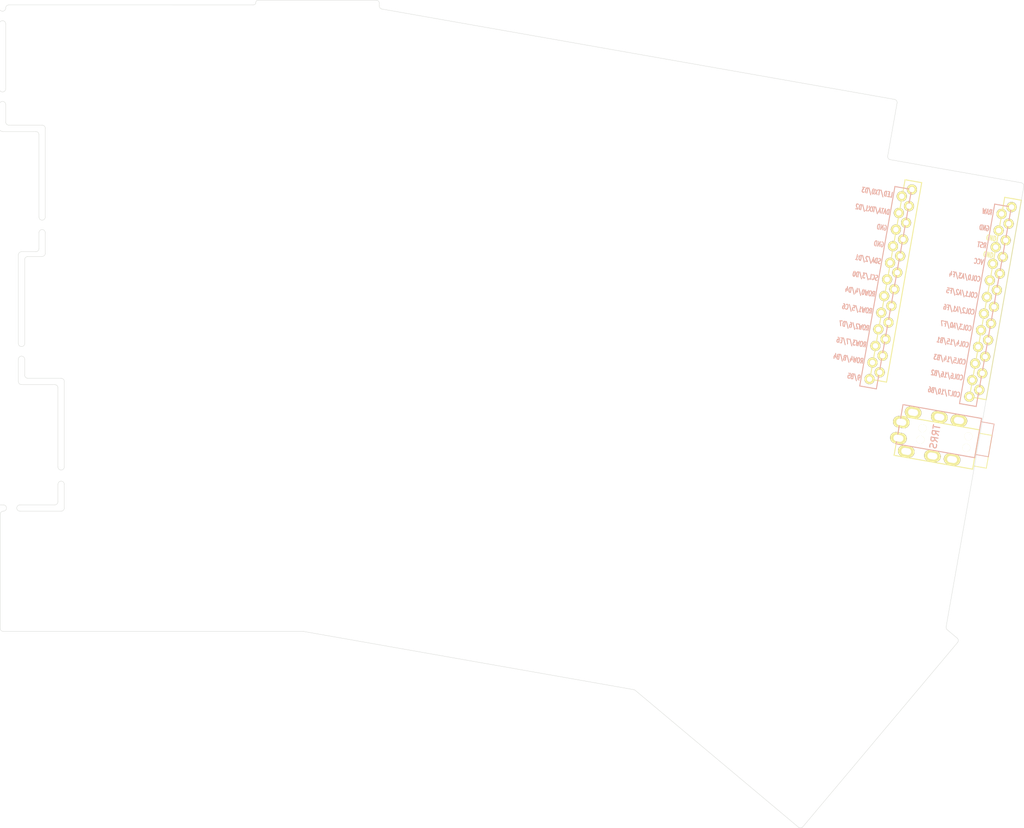
<source format=kicad_pcb>
(kicad_pcb (version 20171130) (host pcbnew "(5.1.5-0-10_14)")
  (layers (0 F.Cu signal hide) (31 B.Cu signal hide) (34 B.Paste user hide) (35 F.Paste user hide) (36 B.SilkS user hide) (37 F.SilkS user hide) (38 B.Mask user hide) (39 F.Mask user hide) (44 Edge.Cuts user hide))
  (net 0 "")
  (module angelina72:Outline_MXCherry_1u_right (layer F.Cu) (at 65.596525 103.434092)
    (fp_text reference SW8 hide)
    (fp_text value KEY_SWITCH hide)
  )
  (module angelina72:Outline_MXCherry_1u_right (layer F.Cu) (at 59.64339 84.384092)
    (fp_text reference SW7 hide)
    (fp_text value KEY_SWITCH hide)
  )
  (module angelina72:Outline_MXCherry_1u_right (layer F.Cu) (at 62.739023 65.334091)
    (fp_text reference SW6 hide)
    (fp_text value KEY_SWITCH hide)
  )
  (module angelina72:Outline_MXCherry_1u_right (layer F.Cu) (at 56.785898 46.284093)
    (fp_text reference SW5 hide)
    (fp_text value KEY_SWITCH hide)
  )
  (module angelina72:M2_AcrylicHole_right (layer F.Cu) (at 66.310682 55.099073)
    (fp_text reference REF** hide)
    (fp_text value M2_AcrylicHole_right hide)
  )
  (module angelina72:M2_AcrylicHole_right (layer F.Cu) (at 75.121507 112.219073)
    (fp_text reference REF** hide)
    (fp_text value M2_AcrylicHole_right hide)
  )
  (module angelina72:M5_AcrylicHole_left (layer F.Cu) (at 61.191149 122.484053 90)
    (fp_text reference REF** hide)
    (fp_text value M5_AcrylicHole_left hide)
  )
  (module angelina72:M5_AcrylicHole_left (layer F.Cu) (at 62.024629 46.284071 90)
    (fp_text reference REF** hide)
    (fp_text value M5_AcrylicHole_left hide)
  )
  (module angelina72:M5_AcrylicHole_left (layer F.Cu) (at 196.003545 157.242594 230)
    (fp_text reference REF** hide)
    (fp_text value M5_AcrylicHole_left hide)
  )
  (module angelina72:M5_AcrylicHole_left (layer F.Cu) (at 192.625344 45.232229 350)
    (fp_text reference REF** hide)
    (fp_text value M5_AcrylicHole_left hide)
  )
  (module angelina72:M5_AcrylicHole_right (layer F.Cu) (at 42.974629 46.284055 90)
    (fp_text reference REF** hide)
    (fp_text value M5_AcrylicHole_right hide)
  )
  (module angelina72:M5_AcrylicHole_right (layer F.Cu) (at 196.003545 157.242594 230)
    (fp_text reference REF** hide)
    (fp_text value M5_AcrylicHole_right hide)
  )
  (module angelina72:M5_AcrylicHole_right (layer F.Cu) (at 61.191149 122.484053 90)
    (fp_text reference REF** hide)
    (fp_text value M5_AcrylicHole_right hide)
  )
  (module angelina72:M5_AcrylicHole_right (layer F.Cu) (at 192.625344 45.232229 350)
    (fp_text reference REF** hide)
    (fp_text value M5_AcrylicHole_right hide)
  )
  (module angelina72:M2_AcrylicHole_left (layer F.Cu) (at 88.218274 113.792514)
    (fp_text reference REF** hide)
    (fp_text value M2_AcrylicHole_left hide)
  )
  (module angelina72:M2_AcrylicHole_left (layer F.Cu) (at 85.360927 55.099069)
    (fp_text reference REF** hide)
    (fp_text value M2_AcrylicHole_left hide)
  )
  (module angelina72:Layout_Outline_PromicroBase (layer F.Cu) (at 113.221504 112.959071 350)
    (fp_text reference REF** hide)
    (fp_text value Layout_Outline_PromicroBase hide)
    (fp_arc (start 76.199998 -67.151253) (end 75.72375 -67.151251) (angle -90.00336866) (layer Edge.Cuts) (width 0.05))
    (fp_arc (start 96.2025 -66.19875) (end 96.67875 -66.198751) (angle -90) (layer Edge.Cuts) (width 0.05))
    (fp_arc (start 97.155 1.099998) (end 96.916876 1.512445) (angle 60) (layer Edge.Cuts) (width 0.05))
    (fp_line (start 96.202497 -66.675001) (end 76.200029 -66.675014) (layer Edge.Cuts) (width 0.05))
    (fp_line (start 96.67875 1.099999) (end 96.67875 -66.198751) (layer Edge.Cuts) (width 0.05))
    (fp_line (start 97.163977 1.654987) (end 96.916876 1.512445) (layer Edge.Cuts) (width 0.05))
  )
  (module angelina72:Layout_Outline (layer F.Cu) (at 113.221504 112.959071 350)
    (fp_text reference REF** hide)
    (fp_text value Layout_Outline hide)
    (fp_line (start -58.409227 -66.592811) (end -22.17783 -72.981062) (layer Edge.Cuts) (width 0.05))
    (fp_line (start -21.598409 -73.808948) (end -4.127528 -76.889522) (layer Edge.Cuts) (width 0.05))
    (fp_line (start -3.575812 -76.503205) (end -3.507151 -76.117312) (layer Edge.Cuts) (width 0.05))
    (fp_line (start -77.556132 -62.733099) (end -74.578936 -45.84857) (layer Edge.Cuts) (width 0.05))
    (fp_line (start -74.027221 -45.462256) (end -69.102566 -46.330604) (layer Edge.Cuts) (width 0.05))
    (fp_line (start -68.550851 -45.94429) (end -65.242851 -27.183702) (layer Edge.Cuts) (width 0.05))
    (fp_line (start -65.629169 -26.631987) (end -67.739732 -26.259841) (layer Edge.Cuts) (width 0.05))
    (fp_line (start -68.126049 -25.708123) (end -65.148852 -8.823594) (layer Edge.Cuts) (width 0.05))
    (fp_line (start -64.597134 -8.43728) (end -59.672483 -9.305628) (layer Edge.Cuts) (width 0.05))
    (fp_line (start -59.120766 -8.919315) (end -55.978171 8.903242) (layer Edge.Cuts) (width 0.05))
    (fp_line (start -59.320077 -63.530627) (end -57.624729 -53.915816) (layer Edge.Cuts) (width 0.05))
    (fp_line (start -56.686697 -54.081223) (end -58.382046 -63.696022) (layer Edge.Cuts) (width 0.05))
    (fp_arc (start -59.264561 -65.958398) (end -59.733574 -65.875699) (angle -180) (layer Edge.Cuts) (width 0.05))
    (fp_arc (start -58.851062 -63.613324) (end -58.382046 -63.696022) (angle -180) (layer Edge.Cuts) (width 0.05))
    (fp_arc (start -58.326529 -66.123801) (end -58.409227 -66.592811) (angle -90) (layer Edge.Cuts) (width 0.05))
    (fp_arc (start -60.20259 -65.792998) (end -59.733574 -65.875699) (angle -90) (layer Edge.Cuts) (width 0.05))
    (fp_line (start -60.285291 -66.262012) (end -77.169817 -63.284813) (layer Edge.Cuts) (width 0.05))
    (fp_arc (start -57.155714 -53.998519) (end -57.624729 -53.915816) (angle -180) (layer Edge.Cuts) (width 0.05))
    (fp_arc (start -56.742211 -51.65345) (end -56.2732 -51.736148) (angle -180) (layer Edge.Cuts) (width 0.05))
    (fp_line (start -57.211224 -51.570751) (end -56.590977 -48.053139) (layer Edge.Cuts) (width 0.05))
    (fp_line (start -56.2732 -51.736148) (end -55.818348 -49.156568) (layer Edge.Cuts) (width 0.05))
    (fp_line (start -56.039263 -47.666824) (end -51.11461 -48.535174) (layer Edge.Cuts) (width 0.05))
    (fp_line (start -55.266633 -48.770254) (end -50.341979 -49.638603) (layer Edge.Cuts) (width 0.05))
    (fp_line (start -49.790264 -49.252289) (end -47.474663 -36.119879) (layer Edge.Cuts) (width 0.05))
    (fp_line (start -46.90993 -30.174495) (end -49.020498 -29.802343) (layer Edge.Cuts) (width 0.05))
    (fp_line (start -49.406809 -29.250629) (end -47.215261 -16.821738) (layer Edge.Cuts) (width 0.05))
    (fp_line (start -45.836548 -11.74528) (end -40.911895 -12.613629) (layer Edge.Cuts) (width 0.05))
    (fp_line (start -40.360182 -12.227312) (end -38.127282 0.436082) (layer Edge.Cuts) (width 0.05))
    (fp_line (start -37.438499 7.084989) (end -43.535694 8.160071) (layer Edge.Cuts) (width 0.05))
    (fp_arc (start -50.259276 -49.16959) (end -49.790264 -49.252289) (angle -90) (layer Edge.Cuts) (width 0.05))
    (fp_arc (start -51.03191 -48.066159) (end -50.562894 -48.148861) (angle -90) (layer Edge.Cuts) (width 0.05))
    (fp_line (start -50.562894 -48.148861) (end -48.412695 -35.954475) (layer Edge.Cuts) (width 0.05))
    (fp_arc (start -48.05471 -31.181627) (end -47.97201 -30.712613) (angle -90) (layer Edge.Cuts) (width 0.05))
    (fp_arc (start -46.992628 -30.643509) (end -46.90993 -30.174495) (angle -90) (layer Edge.Cuts) (width 0.05))
    (fp_line (start -47.97201 -30.712613) (end -50.082575 -30.340465) (layer Edge.Cuts) (width 0.05))
    (fp_arc (start -48.937797 -29.333329) (end -49.020498 -29.802343) (angle -90) (layer Edge.Cuts) (width 0.05))
    (fp_arc (start -49.999877 -29.871451) (end -50.082575 -30.340465) (angle -90) (layer Edge.Cuts) (width 0.05))
    (fp_line (start -50.468892 -29.78875) (end -48.153295 -16.656339) (layer Edge.Cuts) (width 0.05))
    (fp_arc (start -45.919249 -12.214292) (end -46.388261 -12.131591) (angle -90) (layer Edge.Cuts) (width 0.05))
    (fp_arc (start -46.691879 -11.110862) (end -47.160892 -11.028163) (angle -90) (layer Edge.Cuts) (width 0.05))
    (fp_line (start -46.609178 -10.641848) (end -41.684526 -11.510201) (layer Edge.Cuts) (width 0.05))
    (fp_arc (start -41.601825 -11.041184) (end -41.132807 -11.123884) (angle -90) (layer Edge.Cuts) (width 0.05))
    (fp_arc (start -40.829194 -12.144612) (end -40.360182 -12.227312) (angle -90) (layer Edge.Cuts) (width 0.05))
    (fp_line (start -41.132807 -11.123884) (end -39.065313 0.601485) (layer Edge.Cuts) (width 0.05))
    (fp_arc (start -37.521197 6.615976) (end -37.438499 7.084989) (angle -90) (layer Edge.Cuts) (width 0.05))
    (fp_arc (start -38.624627 5.843346) (end -38.541926 6.31236) (angle -90) (layer Edge.Cuts) (width 0.05))
    (fp_line (start -46.163386 7.656274) (end -55.426454 9.289558) (layer Edge.Cuts) (width 0.05))
    (fp_arc (start -55.509156 8.820544) (end -55.978171 8.903242) (angle -90) (layer Edge.Cuts) (width 0.05))
    (fp_arc (start -45.915315 9.063279) (end -45.998013 8.594261) (angle -90.00012031) (layer Edge.Cuts) (width 0.05))
    (fp_arc (start -77.087119 -62.815799) (end -77.169817 -63.284813) (angle -90) (layer Edge.Cuts) (width 0.05))
    (fp_arc (start -74.109921 -45.931271) (end -74.578936 -45.84857) (angle -90) (layer Edge.Cuts) (width 0.05))
    (fp_arc (start -69.019866 -45.86159) (end -68.550851 -45.94429) (angle -90) (layer Edge.Cuts) (width 0.05))
    (fp_arc (start -65.711866 -27.101002) (end -65.629169 -26.631987) (angle -90) (layer Edge.Cuts) (width 0.05))
    (fp_arc (start -67.657032 -25.790823) (end -67.739732 -26.259841) (angle -90) (layer Edge.Cuts) (width 0.05))
    (fp_arc (start -64.679835 -8.906295) (end -65.148852 -8.823594) (angle -90) (layer Edge.Cuts) (width 0.05))
    (fp_arc (start -59.589784 -8.836617) (end -59.120766 -8.919315) (angle -90) (layer Edge.Cuts) (width 0.05))
    (fp_arc (start -22.240221 -73.333079) (end -22.17783 -72.981062) (angle -89.94903567) (layer Edge.Cuts) (width 0.05))
    (fp_arc (start -21.536385 -73.457184) (end -21.598409 -73.808948) (angle -90.00016041) (layer Edge.Cuts) (width 0.05))
    (fp_line (start -3.038137 -75.723764) (end 75.2475 -75.72375) (layer Edge.Cuts) (width 0.05))
    (fp_line (start 75.723751 -75.247501) (end 75.72375 -67.151251) (layer Edge.Cuts) (width 0.05))
    (fp_arc (start -3.038135 -76.200014) (end -3.038137 -75.723764) (angle 79.99997897) (layer Edge.Cuts) (width 0.05))
    (fp_arc (start -4.04483 -76.420503) (end -3.575812 -76.503205) (angle -90) (layer Edge.Cuts) (width 0.05))
    (fp_line (start 52.283625 18.638227) (end 80.033781 34.659101) (layer Edge.Cuts) (width 0.05))
    (fp_line (start 80.684353 34.484783) (end 98.781853 3.138994) (layer Edge.Cuts) (width 0.05))
    (fp_line (start 98.607533 2.488425) (end 97.163988 1.654968) (layer Edge.Cuts) (width 0.05))
    (fp_arc (start 98.369408 2.900869) (end 98.781853 3.138994) (angle -90) (layer Edge.Cuts) (width 0.05))
    (fp_arc (start 80.271908 34.246658) (end 80.033781 34.659101) (angle -90) (layer Edge.Cuts) (width 0.05))
    (fp_arc (start 52.045499 19.050669) (end 52.283625 18.638227) (angle -30) (layer Edge.Cuts) (width 0.05))
    (fp_arc (start 75.247501 -75.2475) (end 75.723751 -75.247501) (angle -90) (layer Edge.Cuts) (width 0.05))
    (fp_arc (start -46.080689 8.125266) (end -45.998013 8.594261) (angle -180.0026468) (layer Edge.Cuts) (width 0.05))
    (fp_arc (start -43.618389 7.691075) (end -43.701062 7.222076) (angle -180.0026468) (layer Edge.Cuts) (width 0.05))
    (fp_line (start -38.541926 6.31236) (end -43.701062 7.222076) (layer Edge.Cuts) (width 0.05))
    (fp_arc (start -47.943677 -36.037177) (end -48.412695 -35.954475) (angle -180) (layer Edge.Cuts) (width 0.05))
    (fp_arc (start -47.530186 -33.692103) (end -47.061172 -33.774798) (angle -180) (layer Edge.Cuts) (width 0.05))
    (fp_line (start -47.585697 -31.264327) (end -47.999197 -33.609406) (layer Edge.Cuts) (width 0.05))
    (fp_line (start -47.061172 -33.774798) (end -46.523615 -30.726207) (layer Edge.Cuts) (width 0.05))
    (fp_arc (start -47.684276 -16.739038) (end -48.153295 -16.656339) (angle -180) (layer Edge.Cuts) (width 0.05))
    (fp_arc (start -47.270774 -14.393965) (end -46.801765 -14.476665) (angle -180) (layer Edge.Cuts) (width 0.05))
    (fp_line (start -47.160892 -11.028163) (end -47.739787 -14.311267) (layer Edge.Cuts) (width 0.05))
    (fp_line (start -46.801765 -14.476665) (end -46.388261 -12.131591) (layer Edge.Cuts) (width 0.05))
    (fp_line (start -37.672435 3.015667) (end -37.052185 6.533277) (layer Edge.Cuts) (width 0.05))
    (fp_line (start -38.155613 5.760644) (end -38.610459 3.181064) (layer Edge.Cuts) (width 0.05))
    (fp_arc (start -38.141447 3.098366) (end -37.672435 3.015667) (angle -180) (layer Edge.Cuts) (width 0.05))
    (fp_arc (start -38.596297 0.518786) (end -39.065313 0.601485) (angle -180) (layer Edge.Cuts) (width 0.05))
    (fp_line (start -42.855412 26.416822) (end 1.584154 18.580968) (layer Edge.Cuts) (width 0.05))
    (fp_line (start -46.384331 9.14598) (end -43.407131 26.030508) (layer Edge.Cuts) (width 0.05))
    (fp_arc (start 1.666854 19.04998) (end 1.666853 18.573733) (angle -10.00000014) (layer Edge.Cuts) (width 0.05))
    (fp_line (start 1.666853 18.573733) (end 52.045501 18.574421) (layer Edge.Cuts) (width 0.05))
    (fp_arc (start -42.938115 25.947807) (end -43.407131 26.030508) (angle -90) (layer Edge.Cuts) (width 0.05))
    (fp_arc (start -56.121963 -48.135841) (end -56.590977 -48.053139) (angle -90) (layer Edge.Cuts) (width 0.05))
    (fp_arc (start -55.349333 -49.239267) (end -55.818348 -49.156568) (angle -90) (layer Edge.Cuts) (width 0.05))
  )
  (module angelina72:Outline_MXCherry_1.25u (layer F.Cu) (at 77.502766 122.484091)
    (fp_text reference SW9 hide)
    (fp_text value KEY_SWITCH hide)
  )
  (module angelina72:Outline_MXCherry_1.25u (layer F.Cu) (at 123.292918 124.406878 350)
    (fp_text reference SW19 hide)
    (fp_text value KEY_SWITCH hide)
  )
  (module angelina72:Outline_MXCherry_1.25u (layer F.Cu) (at 146.743655 128.541877 350)
    (fp_text reference SW24 hide)
    (fp_text value KEY_SWITCH hide)
  )
  (module angelina72:Outline_MXCherry_1u (layer F.Cu) (at 170.677284 136.302221 320)
    (fp_text reference SW33 hide)
    (fp_text value KEY_SWITCH hide)
  )
  (module angelina72:Outline_MXCherry_1u (layer F.Cu) (at 94.885895 46.28409)
    (fp_text reference SW10 hide)
    (fp_text value KEY_SWITCH hide)
  )
  (module angelina72:Outline_MXCherry_1u (layer F.Cu) (at 113.935896 45.569716)
    (fp_text reference SW15 hide)
    (fp_text value KEY_SWITCH hide)
  )
  (module angelina72:Outline_MXCherry_1u (layer F.Cu) (at 197.515532 133.954179 320)
    (fp_text reference SW35 hide)
    (fp_text value KEY_SWITCH hide)
  )
  (module angelina72:Outline_MXCherry_1u (layer F.Cu) (at 180.53756 115.156769 350)
    (fp_text reference SW32 hide)
    (fp_text value KEY_SWITCH hide)
  )
  (module angelina72:Outline_MXCherry_1u (layer F.Cu) (at 140.25214 69.365613 350)
    (fp_text reference SW21 hide)
    (fp_text value KEY_SWITCH hide)
  )
  (module angelina72:Outline_MXCherry_1u (layer F.Cu) (at 81.789023 65.334091)
    (fp_text reference SW6 hide)
    (fp_text value KEY_SWITCH hide)
  )
  (module angelina72:Outline_MXCherry_1u (layer F.Cu) (at 97.743393 84.384093)
    (fp_text reference SW12 hide)
    (fp_text value KEY_SWITCH hide)
  )
  (module angelina72:Outline_MXCherry_1u (layer F.Cu) (at 118.183503 84.818186 350)
    (fp_text reference SW17 hide)
    (fp_text value KEY_SWITCH hide)
  )
  (module angelina72:Outline_MXCherry_1u (layer F.Cu) (at 78.69339 84.384092)
    (fp_text reference SW7 hide)
    (fp_text value KEY_SWITCH hide)
  )
  (module angelina72:Outline_MXCherry_1u (layer F.Cu) (at 84.646525 103.434092)
    (fp_text reference SW8 hide)
    (fp_text value KEY_SWITCH hide)
  )
  (module angelina72:Outline_MXCherry_1u (layer F.Cu) (at 103.696522 103.434093)
    (fp_text reference SW13 hide)
    (fp_text value KEY_SWITCH hide)
  )
  (module angelina72:Outline_MXCherry_1u (layer F.Cu) (at 98.934019 122.484091)
    (fp_text reference SW14 hide)
    (fp_text value KEY_SWITCH hide)
  )
  (module angelina72:Outline_MXCherry_1u (layer F.Cu) (at 152.940423 52.259028 350)
    (fp_text reference SW25 hide)
    (fp_text value KEY_SWITCH hide)
  )
  (module angelina72:Outline_MXCherry_1u (layer F.Cu) (at 159.012718 72.673616 350)
    (fp_text reference SW26 hide)
    (fp_text value KEY_SWITCH hide)
  )
  (module angelina72:Outline_MXCherry_1u (layer F.Cu) (at 190.461604 58.875025 350)
    (fp_text reference SW34 hide)
    (fp_text value KEY_SWITCH hide)
  )
  (module angelina72:Outline_MXCherry_1u (layer F.Cu) (at 124.255797 105.232776 350)
    (fp_text reference SW18 hide)
    (fp_text value KEY_SWITCH hide)
  )
  (module angelina72:Outline_MXCherry_1u (layer F.Cu) (at 174.465307 94.7422 350)
    (fp_text reference SW31 hide)
    (fp_text value KEY_SWITCH hide)
  )
  (module angelina72:Outline_MXCherry_1u (layer F.Cu) (at 121.491499 66.057602 350)
    (fp_text reference SW16 hide)
    (fp_text value KEY_SWITCH hide)
  )
  (module angelina72:Outline_MXCherry_1u (layer F.Cu) (at 134.179842 48.951027 350)
    (fp_text reference SW20 hide)
    (fp_text value KEY_SWITCH hide)
  )
  (module angelina72:Outline_MXCherry_1u (layer F.Cu) (at 136.944138 88.126199 350)
    (fp_text reference SW22 hide)
    (fp_text value KEY_SWITCH hide)
  )
  (module angelina72:Outline_MXCherry_1u (layer F.Cu) (at 177.77331 75.981612 350)
    (fp_text reference SW30 hide)
    (fp_text value KEY_SWITCH hide)
  )
  (module angelina72:Outline_MXCherry_1u (layer F.Cu) (at 143.016432 108.540794 350)
    (fp_text reference SW23 hide)
    (fp_text value KEY_SWITCH hide)
  )
  (module angelina72:Outline_MXCherry_1u (layer F.Cu) (at 75.835898 46.284093)
    (fp_text reference SW5 hide)
    (fp_text value KEY_SWITCH hide)
  )
  (module angelina72:Outline_MXCherry_1u (layer F.Cu) (at 100.839021 65.334091)
    (fp_text reference SW11 hide)
    (fp_text value KEY_SWITCH hide)
  )
  (module angelina72:Outline_MXCherry_1u (layer F.Cu) (at 185.270433 148.547327 320)
    (fp_text reference SW36 hide)
    (fp_text value KEY_SWITCH hide)
  )
  (module angelina72:Outline_MXCherry_1u (layer F.Cu) (at 171.701011 55.567023 350)
    (fp_text reference SW29 hide)
    (fp_text value KEY_SWITCH hide)
  )
  (module angelina72:Outline_MXCherry_1u (layer F.Cu) (at 161.777019 111.848785 350)
    (fp_text reference SW28 hide)
    (fp_text value KEY_SWITCH hide)
  )
  (module angelina72:Outline_MXCherry_1u (layer F.Cu) (at 155.704721 91.434203 350)
    (fp_text reference SW27 hide)
    (fp_text value KEY_SWITCH hide)
  )
  (module angelina72:M2_AcrylicHole_Bottom (layer F.Cu) (at 136.486261 118.149374)
    (fp_text reference REF** hide)
    (fp_text value M2_AcrylicHole_Bottom hide)
  )
  (module angelina72:M2_AcrylicHole_Bottom (layer F.Cu) (at 122.750421 55.520264)
    (fp_text reference REF** hide)
    (fp_text value M2_AcrylicHole_Bottom hide)
  )
  (module angelina72:M2_AcrylicHole_Bottom (layer F.Cu) (at 184.096408 135.1282 320)
    (fp_text reference REF** hide)
    (fp_text value M2_AcrylicHole_Bottom hide)
  )
  (module angelina72:M2_AcrylicHole_Bottom (layer F.Cu) (at 179.546226 65.908617)
    (fp_text reference REF** hide)
    (fp_text value M2_AcrylicHole_Bottom hide)
  )
  (module angelina72:MJ-4PP-9 (layer F.Cu) (at 206.841444 103.110761 260)
    (fp_text reference J*)
    (fp_text value MJ-4PP-9 hide)
    (fp_line (start 0.75 -6) (end 0.75 -8) (layer B.SilkS) (width 0.12))
    (fp_line (start 0.75 -8) (end -4.25 -8) (layer B.SilkS) (width 0.12))
    (fp_line (start -4.25 -8) (end -4.25 -6) (layer B.SilkS) (width 0.12))
    (fp_line (start 2.5 -8) (end 2.5 -6) (layer F.SilkS) (width 0.12))
    (fp_line (start -2.5 -6) (end -2.5 -8) (layer F.SilkS) (width 0.12))
    (fp_line (start -2.5 -8) (end 2.5 -8) (layer F.SilkS) (width 0.12))
    (fp_text user TRRS (at -0.8255 0.4135 80) (layer B.SilkS) (effects (justify mirror)))
    (fp_line (start -3 6) (end -3 -6) (layer F.SilkS) (width 0.15))
    (fp_line (start 3 6) (end -3 6) (layer F.SilkS) (width 0.15))
    (fp_line (start 3 -6) (end 3 6) (layer F.SilkS) (width 0.15))
    (fp_line (start -3 -6) (end 3 -6) (layer F.SilkS) (width 0.15))
    (fp_line (start -4.75 -6) (end 1.25 -6) (layer B.SilkS) (width 0.15))
    (fp_line (start 1.25 -6) (end 1.25 6) (layer B.SilkS) (width 0.15))
    (fp_line (start 1.25 6) (end -4.75 6) (layer B.SilkS) (width 0.15))
    (fp_line (start -4.75 6) (end -4.75 -6) (layer B.SilkS) (width 0.15))
    (fp_text user TRRS (at -0.8255 0.4135 80) (layer B.SilkS) (effects (justify mirror)))
    (pad A thru_hole oval (at -2.1 5.8 260) (size 1.7 2.5) (drill oval 1 1.5) (layers *.Cu *.Mask F.SilkS) (clearance 0.15))
    (pad D thru_hole oval (at 2.1 4.3 260) (size 1.7 2.5) (drill oval 1 1.5) (layers *.Cu *.Mask F.SilkS) (clearance 0.15))
    (pad C thru_hole oval (at 2.1 0.3 260) (size 1.7 2.5) (drill oval 1 1.5) (layers *.Cu *.Mask F.SilkS))
    (pad B thru_hole oval (at 2.1 -2.7 260) (size 1.7 2.5) (drill oval 1 1.5) (layers *.Cu *.Mask F.SilkS))
    (pad "" np_thru_hole circle (at 0 2.5 260) (size 1.2 1.2) (drill 1.2) (layers *.Cu *.Mask F.SilkS))
    (pad "" np_thru_hole circle (at 0 -4.5 260) (size 1.2 1.2) (drill 1.2) (layers *.Cu *.Mask F.SilkS))
    (pad C thru_hole oval (at -3.85 0.3 260) (size 1.7 2.5) (drill oval 1 1.5) (layers *.Cu *.Mask F.SilkS))
    (pad B thru_hole oval (at -3.85 -2.7 260) (size 1.7 2.5) (drill oval 1 1.5) (layers *.Cu *.Mask F.SilkS))
    (pad A thru_hole oval (at 0.35 5.8 260) (size 1.7 2.5) (drill oval 1 1.5) (layers *.Cu *.Mask F.SilkS) (clearance 0.15))
    (pad D thru_hole oval (at -3.85 4.3 260) (size 1.7 2.5) (drill oval 1 1.5) (layers *.Cu *.Mask F.SilkS) (clearance 0.15))
    (pad "" np_thru_hole circle (at -1.75 -4.5 260) (size 1.2 1.2) (drill 1.2) (layers *.Cu *.Mask F.SilkS))
    (pad "" np_thru_hole circle (at -1.75 2.5 260) (size 1.2 1.2) (drill 1.2) (layers *.Cu *.Mask F.SilkS))
  )
  (module angelina72:ProMicro (layer F.Cu) (at 208.031904 80.591409 350)
    (fp_text reference U1 hide)
    (fp_text value ProMicro hide)
    (fp_line (start -10.16 16.002) (end -10.16 -14.478) (layer B.SilkS) (width 0.15))
    (fp_line (start -7.62 16.002) (end -10.16 16.002) (layer B.SilkS) (width 0.15))
    (fp_line (start -7.62 -14.478) (end -7.62 16.002) (layer B.SilkS) (width 0.15))
    (fp_line (start -10.16 -14.478) (end -7.62 -14.478) (layer B.SilkS) (width 0.15))
    (fp_line (start 5.08 16.002) (end 5.08 -14.478) (layer B.SilkS) (width 0.15))
    (fp_line (start 7.62 16.002) (end 5.08 16.002) (layer B.SilkS) (width 0.15))
    (fp_line (start 7.62 -14.478) (end 7.62 16.002) (layer B.SilkS) (width 0.15))
    (fp_line (start 5.08 -14.478) (end 7.62 -14.478) (layer B.SilkS) (width 0.15))
    (fp_line (start -8.8336 -15.748) (end -6.2936 -15.748) (layer F.SilkS) (width 0.15))
    (fp_line (start -6.2936 -15.748) (end -6.2936 14.732) (layer F.SilkS) (width 0.15))
    (fp_line (start -6.2936 14.732) (end -8.8336 14.732) (layer F.SilkS) (width 0.15))
    (fp_line (start -8.8336 14.732) (end -8.8336 -15.748) (layer F.SilkS) (width 0.15))
    (fp_line (start 6.3864 -15.748) (end 8.9264 -15.748) (layer F.SilkS) (width 0.15))
    (fp_line (start 8.9264 -15.748) (end 8.9264 14.732) (layer F.SilkS) (width 0.15))
    (fp_line (start 8.9264 14.732) (end 6.3864 14.732) (layer F.SilkS) (width 0.15))
    (fp_line (start 6.3864 14.732) (end 6.3864 -15.748) (layer F.SilkS) (width 0.15))
    (fp_text user " " (at -1.2065 -16.256 170) (layer B.SilkS) (effects (justify mirror)))
    (fp_text user " " (at -1.2065 -16.256 170) (layer B.SilkS) (effects (justify mirror)))
    (fp_text user RAW (at 4.173808 -13.1445 170) (layer B.SilkS) (effects (font (size 0.75 0.5) (thickness 0.125)) (justify mirror)))
    (fp_text user LED/TX0/D3 (at -12.628048 -13.1445 170) (layer B.SilkS) (effects (font (size 0.75 0.5) (thickness 0.125)) (justify mirror)))
    (fp_text user GND (at 4.161903 -10.668 170) (layer B.SilkS) (effects (font (size 0.75 0.5) (thickness 0.125)) (justify mirror)))
    (fp_text user DATA/RX1/D2 (at -12.878048 -10.5 170) (layer B.SilkS) (effects (font (size 0.75 0.5) (thickness 0.125)) (justify mirror)))
    (fp_text user RST (at 4.245236 -8.0645 170) (layer B.SilkS) (effects (font (size 0.75 0.5) (thickness 0.125)) (justify mirror)))
    (fp_text user GND (at 5.461476 -9.3345 170) (layer F.SilkS) (effects (font (size 0.75 0.5) (thickness 0.125))))
    (fp_text user VCC (at 4.209522 -5.5245 170) (layer B.SilkS) (effects (font (size 0.75 0.5) (thickness 0.125)) (justify mirror)))
    (fp_text user GND (at 5.461476 -6.7945 170) (layer F.SilkS) (effects (font (size 0.75 0.5) (thickness 0.125))))
    (fp_text user COL3/A0/F7 (at 2.542855 4.6 170) (layer B.SilkS) (effects (font (size 0.75 0.5) (thickness 0.125)) (justify mirror)))
    (fp_text user ROW0/4/D4 (at -12.55662 2.032 170) (layer B.SilkS) (effects (font (size 0.75 0.5) (thickness 0.125)) (justify mirror)))
    (fp_text user COL2/A1/F6 (at 2.542855 2.1 170) (layer B.SilkS) (effects (font (size 0.75 0.5) (thickness 0.125)) (justify mirror)))
    (fp_text user SCL/3/D0 (at -12.211381 -0.4445 170) (layer B.SilkS) (effects (font (size 0.75 0.5) (thickness 0.125)) (justify mirror)))
    (fp_text user COL1/A2/F5 (at 2.542855 -0.4445 170) (layer B.SilkS) (effects (font (size 0.75 0.5) (thickness 0.125)) (justify mirror)))
    (fp_text user SDA/2/D1 (at -12.223286 -2.9845 170) (layer B.SilkS) (effects (font (size 0.75 0.5) (thickness 0.125)) (justify mirror)))
    (fp_text user COL0/A3/F4 (at 2.542855 -2.95 170) (layer B.SilkS) (effects (font (size 0.75 0.5) (thickness 0.125)) (justify mirror)))
    (fp_text user COL7/10/B6 (at 2.483332 14.732 170) (layer B.SilkS) (effects (font (size 0.75 0.5) (thickness 0.125)) (justify mirror)))
    (fp_text user 9/B5 (at -11.259 14.7955 170) (layer B.SilkS) (effects (font (size 0.75 0.5) (thickness 0.125)) (justify mirror)))
    (fp_text user ROW4/8/B4 (at -12.55662 12.2555 170) (layer B.SilkS) (effects (font (size 0.75 0.5) (thickness 0.125)) (justify mirror)))
    (fp_text user COL6/16/B2 (at 2.483332 12.1285 170) (layer B.SilkS) (effects (font (size 0.75 0.5) (thickness 0.125)) (justify mirror)))
    (fp_text user ROW3/7/E6 (at -12.53281 9.75 170) (layer B.SilkS) (effects (font (size 0.75 0.5) (thickness 0.125)) (justify mirror)))
    (fp_text user COL5/14/B3 (at 2.483332 9.75 170) (layer B.SilkS) (effects (font (size 0.75 0.5) (thickness 0.125)) (justify mirror)))
    (fp_text user ROW2/6/D7 (at -12.55662 7.239 170) (layer B.SilkS) (effects (font (size 0.75 0.5) (thickness 0.125)) (justify mirror)))
    (fp_text user COL4/15/B1 (at 2.483332 7.112 170) (layer B.SilkS) (effects (font (size 0.75 0.5) (thickness 0.125)) (justify mirror)))
    (fp_text user ROW1/5/C6 (at -12.55662 4.6355 170) (layer B.SilkS) (effects (font (size 0.75 0.5) (thickness 0.125)) (justify mirror)))
    (fp_text user ROW1/5/C6 (at -12.55662 4.6355 170) (layer B.SilkS) (effects (font (size 0.75 0.5) (thickness 0.125)) (justify mirror)))
    (fp_text user COL4/15/B1 (at 2.483332 7.112 170) (layer B.SilkS) (effects (font (size 0.75 0.5) (thickness 0.125)) (justify mirror)))
    (fp_text user ROW2/6/D7 (at -12.55662 7.239 170) (layer B.SilkS) (effects (font (size 0.75 0.5) (thickness 0.125)) (justify mirror)))
    (fp_text user COL5/14/B3 (at 2.483332 9.75 170) (layer B.SilkS) (effects (font (size 0.75 0.5) (thickness 0.125)) (justify mirror)))
    (fp_text user ROW3/7/E6 (at -12.53281 9.75 170) (layer B.SilkS) (effects (font (size 0.75 0.5) (thickness 0.125)) (justify mirror)))
    (fp_text user COL6/16/B2 (at 2.483332 12.1285 170) (layer B.SilkS) (effects (font (size 0.75 0.5) (thickness 0.125)) (justify mirror)))
    (fp_text user ROW4/8/B4 (at -12.55662 12.2555 170) (layer B.SilkS) (effects (font (size 0.75 0.5) (thickness 0.125)) (justify mirror)))
    (fp_text user 9/B5 (at -11.259 14.7955 170) (layer B.SilkS) (effects (font (size 0.75 0.5) (thickness 0.125)) (justify mirror)))
    (fp_text user COL7/10/B6 (at 2.483332 14.732 170) (layer B.SilkS) (effects (font (size 0.75 0.5) (thickness 0.125)) (justify mirror)))
    (fp_text user COL0/A3/F4 (at 2.542855 -2.95 170) (layer B.SilkS) (effects (font (size 0.75 0.5) (thickness 0.125)) (justify mirror)))
    (fp_text user SDA/2/D1 (at -12.223286 -2.9845 170) (layer B.SilkS) (effects (font (size 0.75 0.5) (thickness 0.125)) (justify mirror)))
    (fp_text user COL1/A2/F5 (at 2.542855 -0.4445 170) (layer B.SilkS) (effects (font (size 0.75 0.5) (thickness 0.125)) (justify mirror)))
    (fp_text user SCL/3/D0 (at -12.211381 -0.4445 170) (layer B.SilkS) (effects (font (size 0.75 0.5) (thickness 0.125)) (justify mirror)))
    (fp_text user COL2/A1/F6 (at 2.542855 2.1 170) (layer B.SilkS) (effects (font (size 0.75 0.5) (thickness 0.125)) (justify mirror)))
    (fp_text user ROW0/4/D4 (at -12.55662 2.032 170) (layer B.SilkS) (effects (font (size 0.75 0.5) (thickness 0.125)) (justify mirror)))
    (fp_text user COL3/A0/F7 (at 2.542855 4.6 170) (layer B.SilkS) (effects (font (size 0.75 0.5) (thickness 0.125)) (justify mirror)))
    (fp_text user GND (at -11.03281 -5.5245 170) (layer B.SilkS) (effects (font (size 0.75 0.5) (thickness 0.125)) (justify mirror)))
    (fp_text user VCC (at 4.209522 -5.5245 170) (layer B.SilkS) (effects (font (size 0.75 0.5) (thickness 0.125)) (justify mirror)))
    (fp_text user GND (at -11.03281 -8.0645 170) (layer B.SilkS) (effects (font (size 0.75 0.5) (thickness 0.125)) (justify mirror)))
    (fp_text user RST (at 4.245236 -8.0645 170) (layer B.SilkS) (effects (font (size 0.75 0.5) (thickness 0.125)) (justify mirror)))
    (fp_text user DATA/RX1/D2 (at -12.878048 -10.5 170) (layer B.SilkS) (effects (font (size 0.75 0.5) (thickness 0.125)) (justify mirror)))
    (fp_text user GND (at 4.161903 -10.668 170) (layer B.SilkS) (effects (font (size 0.75 0.5) (thickness 0.125)) (justify mirror)))
    (fp_text user LED/TX0/D3 (at -12.628048 -13.1445 170) (layer B.SilkS) (effects (font (size 0.75 0.5) (thickness 0.125)) (justify mirror)))
    (fp_text user RAW (at 4.173808 -13.1445 170) (layer B.SilkS) (effects (font (size 0.75 0.5) (thickness 0.125)) (justify mirror)))
    (pad 24 thru_hole circle (at 6.35 -13.208 350) (size 1.524 1.524) (drill 0.8128) (layers *.Cu *.Mask F.SilkS))
    (pad 23 thru_hole circle (at 6.35 -10.668 350) (size 1.524 1.524) (drill 0.8128) (layers *.Cu *.Mask F.SilkS))
    (pad 22 thru_hole circle (at 6.35 -8.128 350) (size 1.524 1.524) (drill 0.8128) (layers *.Cu *.Mask F.SilkS))
    (pad 21 thru_hole circle (at 6.35 -5.588 350) (size 1.524 1.524) (drill 0.8128) (layers *.Cu *.Mask F.SilkS))
    (pad 20 thru_hole circle (at 6.35 -3.048 350) (size 1.524 1.524) (drill 0.8128) (layers *.Cu *.Mask F.SilkS))
    (pad 19 thru_hole circle (at 6.35 -0.508 350) (size 1.524 1.524) (drill 0.8128) (layers *.Cu *.Mask F.SilkS))
    (pad 18 thru_hole circle (at 6.35 2.032 350) (size 1.524 1.524) (drill 0.8128) (layers *.Cu *.Mask F.SilkS))
    (pad 17 thru_hole circle (at 6.35 4.572 350) (size 1.524 1.524) (drill 0.8128) (layers *.Cu *.Mask F.SilkS))
    (pad 16 thru_hole circle (at 6.35 7.112 350) (size 1.524 1.524) (drill 0.8128) (layers *.Cu *.Mask F.SilkS))
    (pad 15 thru_hole circle (at 6.35 9.652 350) (size 1.524 1.524) (drill 0.8128) (layers *.Cu *.Mask F.SilkS))
    (pad 14 thru_hole circle (at 6.35 12.192 350) (size 1.524 1.524) (drill 0.8128) (layers *.Cu *.Mask F.SilkS))
    (pad 13 thru_hole circle (at 6.35 14.732 350) (size 1.524 1.524) (drill 0.8128) (layers *.Cu *.Mask F.SilkS))
    (pad 12 thru_hole circle (at -8.89 14.732 350) (size 1.524 1.524) (drill 0.8128) (layers *.Cu *.Mask F.SilkS))
    (pad 11 thru_hole circle (at -8.89 12.192 350) (size 1.524 1.524) (drill 0.8128) (layers *.Cu *.Mask F.SilkS))
    (pad 10 thru_hole circle (at -8.89 9.652 350) (size 1.524 1.524) (drill 0.8128) (layers *.Cu *.Mask F.SilkS))
    (pad 9 thru_hole circle (at -8.89 7.112 350) (size 1.524 1.524) (drill 0.8128) (layers *.Cu *.Mask F.SilkS))
    (pad 8 thru_hole circle (at -8.89 4.572 350) (size 1.524 1.524) (drill 0.8128) (layers *.Cu *.Mask F.SilkS))
    (pad 7 thru_hole circle (at -8.89 2.032 350) (size 1.524 1.524) (drill 0.8128) (layers *.Cu *.Mask F.SilkS))
    (pad 6 thru_hole circle (at -8.89 -0.508 350) (size 1.524 1.524) (drill 0.8128) (layers *.Cu *.Mask F.SilkS))
    (pad 5 thru_hole circle (at -8.89 -3.048 350) (size 1.524 1.524) (drill 0.8128) (layers *.Cu *.Mask F.SilkS))
    (pad 4 thru_hole circle (at -8.89 -5.588 350) (size 1.524 1.524) (drill 0.8128) (layers *.Cu *.Mask F.SilkS))
    (pad 3 thru_hole circle (at -8.89 -8.128 350) (size 1.524 1.524) (drill 0.8128) (layers *.Cu *.Mask F.SilkS))
    (pad 2 thru_hole circle (at -8.89 -10.668 350) (size 1.524 1.524) (drill 0.8128) (layers *.Cu *.Mask F.SilkS))
    (pad 1 thru_hole circle (at -8.89 -13.208 350) (size 1.524 1.524) (drill 0.8128) (layers *.Cu *.Mask F.SilkS))
    (pad 1 thru_hole circle (at 7.6564 -14.478 350) (size 1.524 1.524) (drill 0.8128) (layers *.Cu *.Mask F.SilkS))
    (pad 2 thru_hole circle (at 7.6564 -11.938 350) (size 1.524 1.524) (drill 0.8128) (layers *.Cu *.Mask F.SilkS))
    (pad 3 thru_hole circle (at 7.6564 -9.398 350) (size 1.524 1.524) (drill 0.8128) (layers *.Cu *.Mask F.SilkS))
    (pad 4 thru_hole circle (at 7.6564 -6.858 350) (size 1.524 1.524) (drill 0.8128) (layers *.Cu *.Mask F.SilkS))
    (pad 5 thru_hole circle (at 7.6564 -4.318 350) (size 1.524 1.524) (drill 0.8128) (layers *.Cu *.Mask F.SilkS))
    (pad 6 thru_hole circle (at 7.6564 -1.778 350) (size 1.524 1.524) (drill 0.8128) (layers *.Cu *.Mask F.SilkS))
    (pad 7 thru_hole circle (at 7.6564 0.762 350) (size 1.524 1.524) (drill 0.8128) (layers *.Cu *.Mask F.SilkS))
    (pad 8 thru_hole circle (at 7.6564 3.302 350) (size 1.524 1.524) (drill 0.8128) (layers *.Cu *.Mask F.SilkS))
    (pad 9 thru_hole circle (at 7.6564 5.842 350) (size 1.524 1.524) (drill 0.8128) (layers *.Cu *.Mask F.SilkS))
    (pad 10 thru_hole circle (at 7.6564 8.382 350) (size 1.524 1.524) (drill 0.8128) (layers *.Cu *.Mask F.SilkS))
    (pad 11 thru_hole circle (at 7.6564 10.922 350) (size 1.524 1.524) (drill 0.8128) (layers *.Cu *.Mask F.SilkS))
    (pad 12 thru_hole circle (at 7.6564 13.462 350) (size 1.524 1.524) (drill 0.8128) (layers *.Cu *.Mask F.SilkS))
    (pad 13 thru_hole circle (at -7.5636 13.462 350) (size 1.524 1.524) (drill 0.8128) (layers *.Cu *.Mask F.SilkS))
    (pad 14 thru_hole circle (at -7.5636 10.922 350) (size 1.524 1.524) (drill 0.8128) (layers *.Cu *.Mask F.SilkS))
    (pad 15 thru_hole circle (at -7.5636 8.382 350) (size 1.524 1.524) (drill 0.8128) (layers *.Cu *.Mask F.SilkS))
    (pad 16 thru_hole circle (at -7.5636 5.842 350) (size 1.524 1.524) (drill 0.8128) (layers *.Cu *.Mask F.SilkS))
    (pad 17 thru_hole circle (at -7.5636 3.302 350) (size 1.524 1.524) (drill 0.8128) (layers *.Cu *.Mask F.SilkS))
    (pad 18 thru_hole circle (at -7.5636 0.762 350) (size 1.524 1.524) (drill 0.8128) (layers *.Cu *.Mask F.SilkS))
    (pad 19 thru_hole circle (at -7.5636 -1.778 350) (size 1.524 1.524) (drill 0.8128) (layers *.Cu *.Mask F.SilkS))
    (pad 20 thru_hole circle (at -7.5636 -4.318 350) (size 1.524 1.524) (drill 0.8128) (layers *.Cu *.Mask F.SilkS))
    (pad 21 thru_hole circle (at -7.5636 -6.858 350) (size 1.524 1.524) (drill 0.8128) (layers *.Cu *.Mask F.SilkS))
    (pad 22 thru_hole circle (at -7.5636 -9.398 350) (size 1.524 1.524) (drill 0.8128) (layers *.Cu *.Mask F.SilkS))
    (pad 23 thru_hole circle (at -7.5636 -11.938 350) (size 1.524 1.524) (drill 0.8128) (layers *.Cu *.Mask F.SilkS))
    (pad 24 thru_hole circle (at -7.5636 -14.478 350) (size 1.524 1.524) (drill 0.8128) (layers *.Cu *.Mask F.SilkS))
  )
)
</source>
